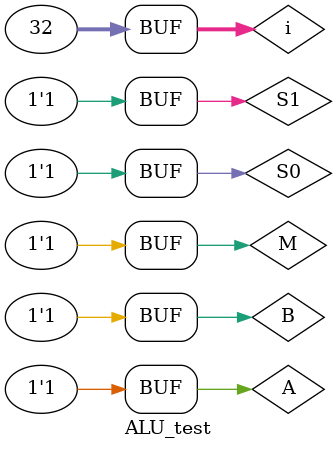
<source format=v>
`timescale 1ns / 1ps


module ALU_test;

	// Inputs
	reg A;
	reg B;
	reg M;
	reg S1;
	reg S0;

	// Outputs
	wire [5:0] F;
	
	integer i;

	// Instantiate the Unit Under Test (UUT)
	ALU uut (
		.A(A), 
		.B(B), 
		.M(M), 
		.S1(S1), 
		.S0(S0), 
		.F(F)
	);

	initial begin
		A=1'b0;B=1'b0;M=1'b0;S1=1'b0;S0=1'b0;i=0;
		
		for (i=0; i<32; i=i+1) begin
			{A, B, M, S1, S0} = i; #100;
		end

	end
      
endmodule


</source>
